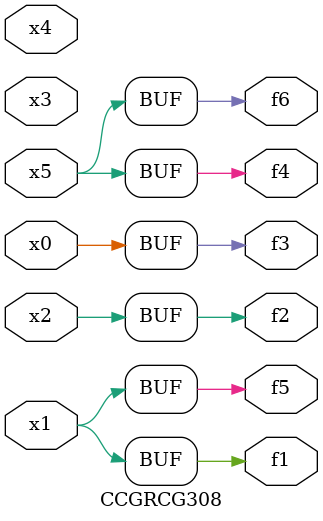
<source format=v>
module CCGRCG308(
	input x0, x1, x2, x3, x4, x5,
	output f1, f2, f3, f4, f5, f6
);
	assign f1 = x1;
	assign f2 = x2;
	assign f3 = x0;
	assign f4 = x5;
	assign f5 = x1;
	assign f6 = x5;
endmodule

</source>
